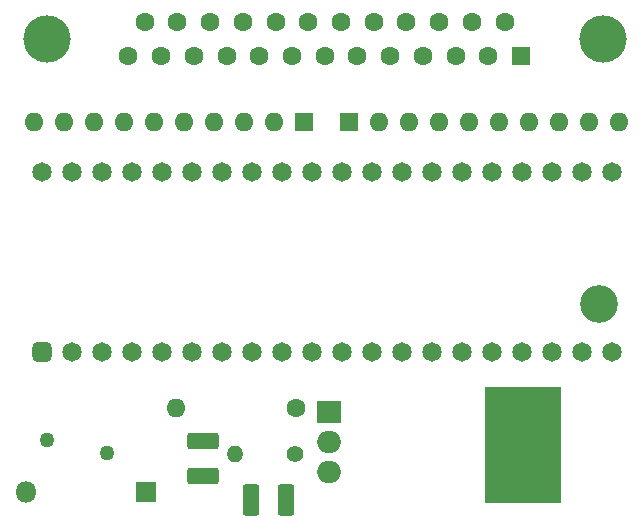
<source format=gbr>
%TF.GenerationSoftware,KiCad,Pcbnew,(6.0.2)*%
%TF.CreationDate,2022-04-06T14:17:41-06:00*%
%TF.ProjectId,DB25m_F4_THTV1,44423235-6d5f-4463-945f-54485456312e,rev?*%
%TF.SameCoordinates,Original*%
%TF.FileFunction,Soldermask,Top*%
%TF.FilePolarity,Negative*%
%FSLAX46Y46*%
G04 Gerber Fmt 4.6, Leading zero omitted, Abs format (unit mm)*
G04 Created by KiCad (PCBNEW (6.0.2)) date 2022-04-06 14:17:41*
%MOMM*%
%LPD*%
G01*
G04 APERTURE LIST*
G04 Aperture macros list*
%AMRoundRect*
0 Rectangle with rounded corners*
0 $1 Rounding radius*
0 $2 $3 $4 $5 $6 $7 $8 $9 X,Y pos of 4 corners*
0 Add a 4 corners polygon primitive as box body*
4,1,4,$2,$3,$4,$5,$6,$7,$8,$9,$2,$3,0*
0 Add four circle primitives for the rounded corners*
1,1,$1+$1,$2,$3*
1,1,$1+$1,$4,$5*
1,1,$1+$1,$6,$7*
1,1,$1+$1,$8,$9*
0 Add four rect primitives between the rounded corners*
20,1,$1+$1,$2,$3,$4,$5,0*
20,1,$1+$1,$4,$5,$6,$7,0*
20,1,$1+$1,$6,$7,$8,$9,0*
20,1,$1+$1,$8,$9,$2,$3,0*%
G04 Aperture macros list end*
%ADD10C,0.100000*%
%ADD11C,3.200000*%
%ADD12RoundRect,0.250001X-0.462499X-1.074999X0.462499X-1.074999X0.462499X1.074999X-0.462499X1.074999X0*%
%ADD13C,1.270000*%
%ADD14RoundRect,0.412500X0.412500X-0.412500X0.412500X0.412500X-0.412500X0.412500X-0.412500X-0.412500X0*%
%ADD15C,1.650000*%
%ADD16RoundRect,0.250001X1.074999X-0.462499X1.074999X0.462499X-1.074999X0.462499X-1.074999X-0.462499X0*%
%ADD17C,1.600000*%
%ADD18O,1.600000X1.600000*%
%ADD19C,1.400000*%
%ADD20O,1.400000X1.400000*%
%ADD21R,1.600000X1.600000*%
%ADD22O,3.500000X3.500000*%
%ADD23R,2.000000X1.905000*%
%ADD24O,2.000000X1.905000*%
%ADD25R,1.800000X1.800000*%
%ADD26O,1.800000X1.800000*%
%ADD27C,4.000000*%
G04 APERTURE END LIST*
D10*
X150154640Y-99037140D02*
X143804640Y-99037140D01*
X143804640Y-99037140D02*
X143804640Y-89321640D01*
X143804640Y-89321640D02*
X150154640Y-89321640D01*
X150154640Y-89321640D02*
X150154640Y-99037140D01*
G36*
X150154640Y-99037140D02*
G01*
X143804640Y-99037140D01*
X143804640Y-89321640D01*
X150154640Y-89321640D01*
X150154640Y-99037140D01*
G37*
X150154640Y-99037140D02*
X143804640Y-99037140D01*
X143804640Y-89321640D01*
X150154640Y-89321640D01*
X150154640Y-99037140D01*
D11*
%TO.C,REF\u002A\u002A*%
X153421080Y-82265520D03*
%TD*%
D12*
%TO.C,C2*%
X123958020Y-98879660D03*
X126933020Y-98879660D03*
%TD*%
D13*
%TO.C,F1*%
X106710000Y-93810000D03*
X111790000Y-94953000D03*
%TD*%
D14*
%TO.C,BP1*%
X106235500Y-86362540D03*
D15*
X108775500Y-86362540D03*
X111315500Y-86362540D03*
X113855500Y-86362540D03*
X116395500Y-86362540D03*
X118935500Y-86362540D03*
X121475500Y-86362540D03*
X124015500Y-86362540D03*
X126555500Y-86362540D03*
X129095500Y-86362540D03*
X131635500Y-86362540D03*
X134175500Y-86362540D03*
X136715500Y-86362540D03*
X139255500Y-86362540D03*
X141795500Y-86362540D03*
X144335500Y-86362540D03*
X146875500Y-86362540D03*
X149415500Y-86362540D03*
X151955500Y-86362540D03*
X154495500Y-86362540D03*
X154495500Y-71122540D03*
X151955500Y-71122540D03*
X149415500Y-71122540D03*
X146875500Y-71122540D03*
X144335500Y-71122540D03*
X141795500Y-71122540D03*
X139255500Y-71122540D03*
X136715500Y-71122540D03*
X134175500Y-71122540D03*
X131635500Y-71122540D03*
X129095500Y-71122540D03*
X126555500Y-71122540D03*
X124015500Y-71122540D03*
X121475500Y-71122540D03*
X118935500Y-71122540D03*
X116395500Y-71122540D03*
X113855500Y-71122540D03*
X111315500Y-71122540D03*
X108775500Y-71122540D03*
X106235500Y-71122540D03*
%TD*%
D16*
%TO.C,C1*%
X119865140Y-96878140D03*
X119865140Y-93903140D03*
%TD*%
D17*
%TO.C,R1*%
X127802640Y-91099640D03*
D18*
X117642640Y-91099640D03*
%TD*%
D19*
%TO.C,R2*%
X127675640Y-94973140D03*
D20*
X122595640Y-94973140D03*
%TD*%
D21*
%TO.C,RN1*%
X128426499Y-66917516D03*
D18*
X125886499Y-66917516D03*
X123346499Y-66917516D03*
X120806499Y-66917516D03*
X118266499Y-66917516D03*
X115726499Y-66917516D03*
X113186499Y-66917516D03*
X110646499Y-66917516D03*
X108106499Y-66917516D03*
X105566499Y-66917516D03*
%TD*%
D21*
%TO.C,RN2*%
X132236499Y-66917517D03*
D18*
X134776499Y-66917517D03*
X137316499Y-66917517D03*
X139856499Y-66917517D03*
X142396499Y-66917517D03*
X144936499Y-66917517D03*
X147476499Y-66917517D03*
X150016499Y-66917517D03*
X152556499Y-66917517D03*
X155096499Y-66917517D03*
%TD*%
D22*
%TO.C,U1*%
X147193140Y-94020640D03*
D23*
X130533140Y-91480640D03*
D24*
X130533140Y-94020640D03*
X130533140Y-96560640D03*
%TD*%
D25*
%TO.C,D2*%
X115060000Y-98180000D03*
D26*
X104900000Y-98180000D03*
%TD*%
D27*
%TO.C,J4*%
X153743540Y-59868601D03*
X106643540Y-59868601D03*
D21*
X146813540Y-61288601D03*
D17*
X144043540Y-61288601D03*
X141273540Y-61288601D03*
X138503540Y-61288601D03*
X135733540Y-61288601D03*
X132963540Y-61288601D03*
X130193540Y-61288601D03*
X127423540Y-61288601D03*
X124653540Y-61288601D03*
X121883540Y-61288601D03*
X119113540Y-61288601D03*
X116343540Y-61288601D03*
X113573540Y-61288601D03*
X145428540Y-58448601D03*
X142658540Y-58448601D03*
X139888540Y-58448601D03*
X137118540Y-58448601D03*
X134348540Y-58448601D03*
X131578540Y-58448601D03*
X128808540Y-58448601D03*
X126038540Y-58448601D03*
X123268540Y-58448601D03*
X120498540Y-58448601D03*
X117728540Y-58448601D03*
X114958540Y-58448601D03*
%TD*%
M02*

</source>
